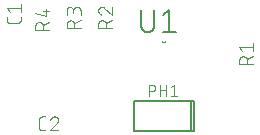
<source format=gbr>
G04 EAGLE Gerber RS-274X export*
G75*
%MOMM*%
%FSLAX34Y34*%
%LPD*%
%INSilkscreen Top*%
%IPPOS*%
%AMOC8*
5,1,8,0,0,1.08239X$1,22.5*%
G01*
%ADD10C,0.101600*%
%ADD11C,0.152400*%
%ADD12R,0.254000X2.540000*%
%ADD13C,0.000000*%
%ADD14C,0.203200*%


D10*
X43942Y121986D02*
X43942Y119389D01*
X43940Y119290D01*
X43934Y119190D01*
X43925Y119091D01*
X43912Y118993D01*
X43895Y118895D01*
X43874Y118797D01*
X43849Y118701D01*
X43821Y118606D01*
X43789Y118512D01*
X43754Y118419D01*
X43715Y118327D01*
X43672Y118237D01*
X43627Y118149D01*
X43577Y118062D01*
X43525Y117978D01*
X43469Y117895D01*
X43411Y117815D01*
X43349Y117737D01*
X43284Y117662D01*
X43216Y117589D01*
X43146Y117519D01*
X43073Y117451D01*
X42998Y117386D01*
X42920Y117324D01*
X42840Y117266D01*
X42757Y117210D01*
X42673Y117158D01*
X42586Y117108D01*
X42498Y117063D01*
X42408Y117020D01*
X42316Y116981D01*
X42223Y116946D01*
X42129Y116914D01*
X42034Y116886D01*
X41938Y116861D01*
X41840Y116840D01*
X41742Y116823D01*
X41644Y116810D01*
X41545Y116801D01*
X41445Y116795D01*
X41346Y116793D01*
X34854Y116793D01*
X34854Y116792D02*
X34755Y116794D01*
X34655Y116800D01*
X34556Y116809D01*
X34458Y116822D01*
X34360Y116840D01*
X34262Y116860D01*
X34166Y116885D01*
X34070Y116913D01*
X33976Y116945D01*
X33883Y116980D01*
X33792Y117019D01*
X33702Y117062D01*
X33613Y117107D01*
X33527Y117157D01*
X33442Y117209D01*
X33360Y117265D01*
X33280Y117324D01*
X33202Y117385D01*
X33126Y117450D01*
X33053Y117518D01*
X32983Y117588D01*
X32915Y117661D01*
X32850Y117737D01*
X32789Y117815D01*
X32730Y117895D01*
X32674Y117977D01*
X32622Y118062D01*
X32573Y118148D01*
X32527Y118237D01*
X32484Y118327D01*
X32445Y118418D01*
X32410Y118511D01*
X32378Y118605D01*
X32350Y118701D01*
X32325Y118797D01*
X32305Y118895D01*
X32287Y118993D01*
X32274Y119091D01*
X32265Y119190D01*
X32259Y119289D01*
X32257Y119389D01*
X32258Y119389D02*
X32258Y121986D01*
X34854Y126351D02*
X32258Y129596D01*
X43942Y129596D01*
X43942Y126351D02*
X43942Y132842D01*
X62239Y25908D02*
X64836Y25908D01*
X62239Y25908D02*
X62140Y25910D01*
X62040Y25916D01*
X61941Y25925D01*
X61843Y25938D01*
X61745Y25955D01*
X61647Y25976D01*
X61551Y26001D01*
X61456Y26029D01*
X61362Y26061D01*
X61269Y26096D01*
X61177Y26135D01*
X61087Y26178D01*
X60999Y26223D01*
X60912Y26273D01*
X60828Y26325D01*
X60745Y26381D01*
X60665Y26439D01*
X60587Y26501D01*
X60512Y26566D01*
X60439Y26634D01*
X60369Y26704D01*
X60301Y26777D01*
X60236Y26852D01*
X60174Y26930D01*
X60116Y27010D01*
X60060Y27093D01*
X60008Y27177D01*
X59958Y27264D01*
X59913Y27352D01*
X59870Y27442D01*
X59831Y27534D01*
X59796Y27627D01*
X59764Y27721D01*
X59736Y27816D01*
X59711Y27912D01*
X59690Y28010D01*
X59673Y28108D01*
X59660Y28206D01*
X59651Y28305D01*
X59645Y28405D01*
X59643Y28504D01*
X59643Y34996D01*
X59645Y35095D01*
X59651Y35195D01*
X59660Y35294D01*
X59673Y35392D01*
X59690Y35490D01*
X59711Y35588D01*
X59736Y35684D01*
X59764Y35779D01*
X59796Y35873D01*
X59831Y35966D01*
X59870Y36058D01*
X59913Y36148D01*
X59958Y36236D01*
X60008Y36323D01*
X60060Y36407D01*
X60116Y36490D01*
X60174Y36570D01*
X60236Y36648D01*
X60301Y36723D01*
X60369Y36796D01*
X60439Y36866D01*
X60512Y36934D01*
X60587Y36999D01*
X60665Y37061D01*
X60745Y37119D01*
X60828Y37175D01*
X60912Y37227D01*
X60999Y37277D01*
X61087Y37322D01*
X61177Y37365D01*
X61269Y37404D01*
X61361Y37439D01*
X61456Y37471D01*
X61551Y37499D01*
X61647Y37524D01*
X61745Y37545D01*
X61843Y37562D01*
X61941Y37575D01*
X62040Y37584D01*
X62140Y37590D01*
X62239Y37592D01*
X64836Y37592D01*
X72771Y37592D02*
X72878Y37590D01*
X72984Y37584D01*
X73090Y37574D01*
X73196Y37561D01*
X73302Y37543D01*
X73406Y37522D01*
X73510Y37497D01*
X73613Y37468D01*
X73714Y37436D01*
X73814Y37399D01*
X73913Y37359D01*
X74011Y37316D01*
X74107Y37269D01*
X74201Y37218D01*
X74293Y37164D01*
X74383Y37107D01*
X74471Y37047D01*
X74556Y36983D01*
X74639Y36916D01*
X74720Y36846D01*
X74798Y36774D01*
X74874Y36698D01*
X74946Y36620D01*
X75016Y36539D01*
X75083Y36456D01*
X75147Y36371D01*
X75207Y36283D01*
X75264Y36193D01*
X75318Y36101D01*
X75369Y36007D01*
X75416Y35911D01*
X75459Y35813D01*
X75499Y35714D01*
X75536Y35614D01*
X75568Y35513D01*
X75597Y35410D01*
X75622Y35306D01*
X75643Y35202D01*
X75661Y35096D01*
X75674Y34990D01*
X75684Y34884D01*
X75690Y34778D01*
X75692Y34671D01*
X72771Y37592D02*
X72650Y37590D01*
X72529Y37584D01*
X72409Y37574D01*
X72288Y37561D01*
X72169Y37543D01*
X72049Y37522D01*
X71931Y37497D01*
X71814Y37468D01*
X71697Y37435D01*
X71582Y37399D01*
X71468Y37358D01*
X71355Y37315D01*
X71243Y37267D01*
X71134Y37216D01*
X71026Y37161D01*
X70919Y37103D01*
X70815Y37042D01*
X70713Y36977D01*
X70613Y36909D01*
X70515Y36838D01*
X70419Y36764D01*
X70326Y36687D01*
X70236Y36606D01*
X70148Y36523D01*
X70063Y36437D01*
X69980Y36348D01*
X69901Y36257D01*
X69824Y36163D01*
X69751Y36067D01*
X69681Y35969D01*
X69614Y35868D01*
X69550Y35765D01*
X69490Y35660D01*
X69433Y35553D01*
X69379Y35445D01*
X69329Y35335D01*
X69283Y35223D01*
X69240Y35110D01*
X69201Y34995D01*
X74719Y32399D02*
X74798Y32476D01*
X74874Y32557D01*
X74947Y32640D01*
X75017Y32725D01*
X75084Y32813D01*
X75148Y32903D01*
X75208Y32995D01*
X75265Y33090D01*
X75319Y33186D01*
X75370Y33284D01*
X75417Y33384D01*
X75461Y33486D01*
X75501Y33589D01*
X75537Y33693D01*
X75569Y33799D01*
X75598Y33905D01*
X75623Y34013D01*
X75645Y34121D01*
X75662Y34231D01*
X75676Y34340D01*
X75685Y34450D01*
X75691Y34561D01*
X75693Y34671D01*
X74718Y32399D02*
X69201Y25908D01*
X75692Y25908D01*
D11*
X139700Y25400D02*
X190500Y25400D01*
X190500Y50800D01*
X139700Y50800D01*
X139700Y25400D01*
D12*
X187960Y38100D03*
D10*
X152908Y55118D02*
X152908Y64262D01*
X155448Y64262D01*
X155548Y64260D01*
X155647Y64254D01*
X155747Y64244D01*
X155845Y64231D01*
X155944Y64213D01*
X156041Y64192D01*
X156137Y64167D01*
X156233Y64138D01*
X156327Y64105D01*
X156420Y64069D01*
X156511Y64029D01*
X156601Y63985D01*
X156689Y63938D01*
X156775Y63888D01*
X156859Y63834D01*
X156941Y63777D01*
X157020Y63717D01*
X157098Y63653D01*
X157172Y63587D01*
X157244Y63518D01*
X157313Y63446D01*
X157379Y63372D01*
X157443Y63294D01*
X157503Y63215D01*
X157560Y63133D01*
X157614Y63049D01*
X157664Y62963D01*
X157711Y62875D01*
X157755Y62785D01*
X157795Y62694D01*
X157831Y62601D01*
X157864Y62507D01*
X157893Y62411D01*
X157918Y62315D01*
X157939Y62218D01*
X157957Y62119D01*
X157970Y62021D01*
X157980Y61921D01*
X157986Y61822D01*
X157988Y61722D01*
X157986Y61622D01*
X157980Y61523D01*
X157970Y61423D01*
X157957Y61325D01*
X157939Y61226D01*
X157918Y61129D01*
X157893Y61033D01*
X157864Y60937D01*
X157831Y60843D01*
X157795Y60750D01*
X157755Y60659D01*
X157711Y60569D01*
X157664Y60481D01*
X157614Y60395D01*
X157560Y60311D01*
X157503Y60229D01*
X157443Y60150D01*
X157379Y60072D01*
X157313Y59998D01*
X157244Y59926D01*
X157172Y59857D01*
X157098Y59791D01*
X157020Y59727D01*
X156941Y59667D01*
X156859Y59610D01*
X156775Y59556D01*
X156689Y59506D01*
X156601Y59459D01*
X156511Y59415D01*
X156420Y59375D01*
X156327Y59339D01*
X156233Y59306D01*
X156137Y59277D01*
X156041Y59252D01*
X155944Y59231D01*
X155845Y59213D01*
X155747Y59200D01*
X155647Y59190D01*
X155548Y59184D01*
X155448Y59182D01*
X152908Y59182D01*
X161900Y55118D02*
X161900Y64262D01*
X161900Y60198D02*
X166980Y60198D01*
X166980Y64262D02*
X166980Y55118D01*
X171348Y62230D02*
X173888Y64262D01*
X173888Y55118D01*
X171348Y55118D02*
X176428Y55118D01*
X229108Y81975D02*
X240792Y81975D01*
X229108Y81975D02*
X229108Y85220D01*
X229110Y85333D01*
X229116Y85446D01*
X229126Y85559D01*
X229140Y85672D01*
X229157Y85784D01*
X229179Y85895D01*
X229204Y86005D01*
X229234Y86115D01*
X229267Y86223D01*
X229304Y86330D01*
X229344Y86436D01*
X229389Y86540D01*
X229437Y86643D01*
X229488Y86744D01*
X229543Y86843D01*
X229601Y86940D01*
X229663Y87035D01*
X229728Y87128D01*
X229796Y87218D01*
X229867Y87306D01*
X229942Y87392D01*
X230019Y87475D01*
X230099Y87555D01*
X230182Y87632D01*
X230268Y87707D01*
X230356Y87778D01*
X230446Y87846D01*
X230539Y87911D01*
X230634Y87973D01*
X230731Y88031D01*
X230830Y88086D01*
X230931Y88137D01*
X231034Y88185D01*
X231138Y88230D01*
X231244Y88270D01*
X231351Y88307D01*
X231459Y88340D01*
X231569Y88370D01*
X231679Y88395D01*
X231790Y88417D01*
X231902Y88434D01*
X232015Y88448D01*
X232128Y88458D01*
X232241Y88464D01*
X232354Y88466D01*
X232467Y88464D01*
X232580Y88458D01*
X232693Y88448D01*
X232806Y88434D01*
X232918Y88417D01*
X233029Y88395D01*
X233139Y88370D01*
X233249Y88340D01*
X233357Y88307D01*
X233464Y88270D01*
X233570Y88230D01*
X233674Y88185D01*
X233777Y88137D01*
X233878Y88086D01*
X233977Y88031D01*
X234074Y87973D01*
X234169Y87911D01*
X234262Y87846D01*
X234352Y87778D01*
X234440Y87707D01*
X234526Y87632D01*
X234609Y87555D01*
X234689Y87475D01*
X234766Y87392D01*
X234841Y87306D01*
X234912Y87218D01*
X234980Y87128D01*
X235045Y87035D01*
X235107Y86940D01*
X235165Y86843D01*
X235220Y86744D01*
X235271Y86643D01*
X235319Y86540D01*
X235364Y86436D01*
X235404Y86330D01*
X235441Y86223D01*
X235474Y86115D01*
X235504Y86005D01*
X235529Y85895D01*
X235551Y85784D01*
X235568Y85672D01*
X235582Y85559D01*
X235592Y85446D01*
X235598Y85333D01*
X235600Y85220D01*
X235599Y85220D02*
X235599Y81975D01*
X235599Y85869D02*
X240792Y88466D01*
X231704Y93331D02*
X229108Y96576D01*
X240792Y96576D01*
X240792Y93331D02*
X240792Y99822D01*
X121412Y112455D02*
X109728Y112455D01*
X109728Y115700D01*
X109730Y115813D01*
X109736Y115926D01*
X109746Y116039D01*
X109760Y116152D01*
X109777Y116264D01*
X109799Y116375D01*
X109824Y116485D01*
X109854Y116595D01*
X109887Y116703D01*
X109924Y116810D01*
X109964Y116916D01*
X110009Y117020D01*
X110057Y117123D01*
X110108Y117224D01*
X110163Y117323D01*
X110221Y117420D01*
X110283Y117515D01*
X110348Y117608D01*
X110416Y117698D01*
X110487Y117786D01*
X110562Y117872D01*
X110639Y117955D01*
X110719Y118035D01*
X110802Y118112D01*
X110888Y118187D01*
X110976Y118258D01*
X111066Y118326D01*
X111159Y118391D01*
X111254Y118453D01*
X111351Y118511D01*
X111450Y118566D01*
X111551Y118617D01*
X111654Y118665D01*
X111758Y118710D01*
X111864Y118750D01*
X111971Y118787D01*
X112079Y118820D01*
X112189Y118850D01*
X112299Y118875D01*
X112410Y118897D01*
X112522Y118914D01*
X112635Y118928D01*
X112748Y118938D01*
X112861Y118944D01*
X112974Y118946D01*
X113087Y118944D01*
X113200Y118938D01*
X113313Y118928D01*
X113426Y118914D01*
X113538Y118897D01*
X113649Y118875D01*
X113759Y118850D01*
X113869Y118820D01*
X113977Y118787D01*
X114084Y118750D01*
X114190Y118710D01*
X114294Y118665D01*
X114397Y118617D01*
X114498Y118566D01*
X114597Y118511D01*
X114694Y118453D01*
X114789Y118391D01*
X114882Y118326D01*
X114972Y118258D01*
X115060Y118187D01*
X115146Y118112D01*
X115229Y118035D01*
X115309Y117955D01*
X115386Y117872D01*
X115461Y117786D01*
X115532Y117698D01*
X115600Y117608D01*
X115665Y117515D01*
X115727Y117420D01*
X115785Y117323D01*
X115840Y117224D01*
X115891Y117123D01*
X115939Y117020D01*
X115984Y116916D01*
X116024Y116810D01*
X116061Y116703D01*
X116094Y116595D01*
X116124Y116485D01*
X116149Y116375D01*
X116171Y116264D01*
X116188Y116152D01*
X116202Y116039D01*
X116212Y115926D01*
X116218Y115813D01*
X116220Y115700D01*
X116219Y115700D02*
X116219Y112455D01*
X116219Y116349D02*
X121412Y118946D01*
X112649Y130302D02*
X112542Y130300D01*
X112436Y130294D01*
X112330Y130284D01*
X112224Y130271D01*
X112118Y130253D01*
X112014Y130232D01*
X111910Y130207D01*
X111807Y130178D01*
X111706Y130146D01*
X111606Y130109D01*
X111507Y130069D01*
X111409Y130026D01*
X111313Y129979D01*
X111219Y129928D01*
X111127Y129874D01*
X111037Y129817D01*
X110949Y129757D01*
X110864Y129693D01*
X110781Y129626D01*
X110700Y129556D01*
X110622Y129484D01*
X110546Y129408D01*
X110474Y129330D01*
X110404Y129249D01*
X110337Y129166D01*
X110273Y129081D01*
X110213Y128993D01*
X110156Y128903D01*
X110102Y128811D01*
X110051Y128717D01*
X110004Y128621D01*
X109961Y128523D01*
X109921Y128424D01*
X109884Y128324D01*
X109852Y128223D01*
X109823Y128120D01*
X109798Y128016D01*
X109777Y127912D01*
X109759Y127806D01*
X109746Y127700D01*
X109736Y127594D01*
X109730Y127488D01*
X109728Y127381D01*
X109730Y127260D01*
X109736Y127139D01*
X109746Y127019D01*
X109759Y126898D01*
X109777Y126779D01*
X109798Y126659D01*
X109823Y126541D01*
X109852Y126424D01*
X109885Y126307D01*
X109921Y126192D01*
X109962Y126078D01*
X110005Y125965D01*
X110053Y125853D01*
X110104Y125744D01*
X110159Y125636D01*
X110217Y125529D01*
X110278Y125425D01*
X110343Y125323D01*
X110411Y125223D01*
X110482Y125125D01*
X110556Y125029D01*
X110633Y124936D01*
X110714Y124846D01*
X110797Y124758D01*
X110883Y124673D01*
X110972Y124590D01*
X111063Y124511D01*
X111157Y124434D01*
X111253Y124361D01*
X111351Y124291D01*
X111452Y124224D01*
X111555Y124160D01*
X111660Y124100D01*
X111767Y124042D01*
X111875Y123989D01*
X111985Y123939D01*
X112097Y123893D01*
X112210Y123850D01*
X112325Y123811D01*
X114921Y129328D02*
X114843Y129407D01*
X114763Y129483D01*
X114680Y129556D01*
X114594Y129626D01*
X114507Y129693D01*
X114416Y129757D01*
X114324Y129817D01*
X114230Y129875D01*
X114133Y129929D01*
X114035Y129979D01*
X113935Y130026D01*
X113834Y130070D01*
X113731Y130110D01*
X113626Y130146D01*
X113521Y130178D01*
X113414Y130207D01*
X113307Y130232D01*
X113198Y130254D01*
X113089Y130271D01*
X112980Y130285D01*
X112870Y130294D01*
X112759Y130300D01*
X112649Y130302D01*
X114921Y129328D02*
X121412Y123811D01*
X121412Y130302D01*
X94742Y112455D02*
X83058Y112455D01*
X83058Y115700D01*
X83060Y115813D01*
X83066Y115926D01*
X83076Y116039D01*
X83090Y116152D01*
X83107Y116264D01*
X83129Y116375D01*
X83154Y116485D01*
X83184Y116595D01*
X83217Y116703D01*
X83254Y116810D01*
X83294Y116916D01*
X83339Y117020D01*
X83387Y117123D01*
X83438Y117224D01*
X83493Y117323D01*
X83551Y117420D01*
X83613Y117515D01*
X83678Y117608D01*
X83746Y117698D01*
X83817Y117786D01*
X83892Y117872D01*
X83969Y117955D01*
X84049Y118035D01*
X84132Y118112D01*
X84218Y118187D01*
X84306Y118258D01*
X84396Y118326D01*
X84489Y118391D01*
X84584Y118453D01*
X84681Y118511D01*
X84780Y118566D01*
X84881Y118617D01*
X84984Y118665D01*
X85088Y118710D01*
X85194Y118750D01*
X85301Y118787D01*
X85409Y118820D01*
X85519Y118850D01*
X85629Y118875D01*
X85740Y118897D01*
X85852Y118914D01*
X85965Y118928D01*
X86078Y118938D01*
X86191Y118944D01*
X86304Y118946D01*
X86417Y118944D01*
X86530Y118938D01*
X86643Y118928D01*
X86756Y118914D01*
X86868Y118897D01*
X86979Y118875D01*
X87089Y118850D01*
X87199Y118820D01*
X87307Y118787D01*
X87414Y118750D01*
X87520Y118710D01*
X87624Y118665D01*
X87727Y118617D01*
X87828Y118566D01*
X87927Y118511D01*
X88024Y118453D01*
X88119Y118391D01*
X88212Y118326D01*
X88302Y118258D01*
X88390Y118187D01*
X88476Y118112D01*
X88559Y118035D01*
X88639Y117955D01*
X88716Y117872D01*
X88791Y117786D01*
X88862Y117698D01*
X88930Y117608D01*
X88995Y117515D01*
X89057Y117420D01*
X89115Y117323D01*
X89170Y117224D01*
X89221Y117123D01*
X89269Y117020D01*
X89314Y116916D01*
X89354Y116810D01*
X89391Y116703D01*
X89424Y116595D01*
X89454Y116485D01*
X89479Y116375D01*
X89501Y116264D01*
X89518Y116152D01*
X89532Y116039D01*
X89542Y115926D01*
X89548Y115813D01*
X89550Y115700D01*
X89549Y115700D02*
X89549Y112455D01*
X89549Y116349D02*
X94742Y118946D01*
X94742Y123811D02*
X94742Y127056D01*
X94740Y127169D01*
X94734Y127282D01*
X94724Y127395D01*
X94710Y127508D01*
X94693Y127620D01*
X94671Y127731D01*
X94646Y127841D01*
X94616Y127951D01*
X94583Y128059D01*
X94546Y128166D01*
X94506Y128272D01*
X94461Y128376D01*
X94413Y128479D01*
X94362Y128580D01*
X94307Y128679D01*
X94249Y128776D01*
X94187Y128871D01*
X94122Y128964D01*
X94054Y129054D01*
X93983Y129142D01*
X93908Y129228D01*
X93831Y129311D01*
X93751Y129391D01*
X93668Y129468D01*
X93582Y129543D01*
X93494Y129614D01*
X93404Y129682D01*
X93311Y129747D01*
X93216Y129809D01*
X93119Y129867D01*
X93020Y129922D01*
X92919Y129973D01*
X92816Y130021D01*
X92712Y130066D01*
X92606Y130106D01*
X92499Y130143D01*
X92391Y130176D01*
X92281Y130206D01*
X92171Y130231D01*
X92060Y130253D01*
X91948Y130270D01*
X91835Y130284D01*
X91722Y130294D01*
X91609Y130300D01*
X91496Y130302D01*
X91383Y130300D01*
X91270Y130294D01*
X91157Y130284D01*
X91044Y130270D01*
X90932Y130253D01*
X90821Y130231D01*
X90711Y130206D01*
X90601Y130176D01*
X90493Y130143D01*
X90386Y130106D01*
X90280Y130066D01*
X90176Y130021D01*
X90073Y129973D01*
X89972Y129922D01*
X89873Y129867D01*
X89776Y129809D01*
X89681Y129747D01*
X89588Y129682D01*
X89498Y129614D01*
X89410Y129543D01*
X89324Y129468D01*
X89241Y129391D01*
X89161Y129311D01*
X89084Y129228D01*
X89009Y129142D01*
X88938Y129054D01*
X88870Y128964D01*
X88805Y128871D01*
X88743Y128776D01*
X88685Y128679D01*
X88630Y128580D01*
X88579Y128479D01*
X88531Y128376D01*
X88486Y128272D01*
X88446Y128166D01*
X88409Y128059D01*
X88376Y127951D01*
X88346Y127841D01*
X88321Y127731D01*
X88299Y127620D01*
X88282Y127508D01*
X88268Y127395D01*
X88258Y127282D01*
X88252Y127169D01*
X88250Y127056D01*
X83058Y127706D02*
X83058Y123811D01*
X83058Y127706D02*
X83060Y127807D01*
X83066Y127907D01*
X83076Y128007D01*
X83089Y128107D01*
X83107Y128206D01*
X83128Y128305D01*
X83153Y128402D01*
X83182Y128499D01*
X83215Y128594D01*
X83251Y128688D01*
X83291Y128780D01*
X83334Y128871D01*
X83381Y128960D01*
X83431Y129047D01*
X83485Y129133D01*
X83542Y129216D01*
X83602Y129296D01*
X83665Y129375D01*
X83732Y129451D01*
X83801Y129524D01*
X83873Y129594D01*
X83947Y129662D01*
X84024Y129727D01*
X84104Y129788D01*
X84186Y129847D01*
X84270Y129902D01*
X84356Y129954D01*
X84444Y130003D01*
X84534Y130048D01*
X84626Y130090D01*
X84719Y130128D01*
X84814Y130162D01*
X84909Y130193D01*
X85006Y130220D01*
X85104Y130243D01*
X85203Y130263D01*
X85303Y130278D01*
X85403Y130290D01*
X85503Y130298D01*
X85604Y130302D01*
X85704Y130302D01*
X85805Y130298D01*
X85905Y130290D01*
X86005Y130278D01*
X86105Y130263D01*
X86204Y130243D01*
X86302Y130220D01*
X86399Y130193D01*
X86494Y130162D01*
X86589Y130128D01*
X86682Y130090D01*
X86774Y130048D01*
X86864Y130003D01*
X86952Y129954D01*
X87038Y129902D01*
X87122Y129847D01*
X87204Y129788D01*
X87284Y129727D01*
X87361Y129662D01*
X87435Y129594D01*
X87507Y129524D01*
X87576Y129451D01*
X87643Y129375D01*
X87706Y129296D01*
X87766Y129216D01*
X87823Y129133D01*
X87877Y129047D01*
X87927Y128960D01*
X87974Y128871D01*
X88017Y128780D01*
X88057Y128688D01*
X88093Y128594D01*
X88126Y128499D01*
X88155Y128402D01*
X88180Y128305D01*
X88201Y128206D01*
X88219Y128107D01*
X88232Y128007D01*
X88242Y127907D01*
X88248Y127807D01*
X88250Y127706D01*
X88251Y127706D02*
X88251Y125109D01*
X68072Y110998D02*
X56388Y110998D01*
X56388Y114244D01*
X56390Y114357D01*
X56396Y114470D01*
X56406Y114583D01*
X56420Y114696D01*
X56437Y114808D01*
X56459Y114919D01*
X56484Y115029D01*
X56514Y115139D01*
X56547Y115247D01*
X56584Y115354D01*
X56624Y115460D01*
X56669Y115564D01*
X56717Y115667D01*
X56768Y115768D01*
X56823Y115867D01*
X56881Y115964D01*
X56943Y116059D01*
X57008Y116152D01*
X57076Y116242D01*
X57147Y116330D01*
X57222Y116416D01*
X57299Y116499D01*
X57379Y116579D01*
X57462Y116656D01*
X57548Y116731D01*
X57636Y116802D01*
X57726Y116870D01*
X57819Y116935D01*
X57914Y116997D01*
X58011Y117055D01*
X58110Y117110D01*
X58211Y117161D01*
X58314Y117209D01*
X58418Y117254D01*
X58524Y117294D01*
X58631Y117331D01*
X58739Y117364D01*
X58849Y117394D01*
X58959Y117419D01*
X59070Y117441D01*
X59182Y117458D01*
X59295Y117472D01*
X59408Y117482D01*
X59521Y117488D01*
X59634Y117490D01*
X59747Y117488D01*
X59860Y117482D01*
X59973Y117472D01*
X60086Y117458D01*
X60198Y117441D01*
X60309Y117419D01*
X60419Y117394D01*
X60529Y117364D01*
X60637Y117331D01*
X60744Y117294D01*
X60850Y117254D01*
X60954Y117209D01*
X61057Y117161D01*
X61158Y117110D01*
X61257Y117055D01*
X61354Y116997D01*
X61449Y116935D01*
X61542Y116870D01*
X61632Y116802D01*
X61720Y116731D01*
X61806Y116656D01*
X61889Y116579D01*
X61969Y116499D01*
X62046Y116416D01*
X62121Y116330D01*
X62192Y116242D01*
X62260Y116152D01*
X62325Y116059D01*
X62387Y115964D01*
X62445Y115867D01*
X62500Y115768D01*
X62551Y115667D01*
X62599Y115564D01*
X62644Y115460D01*
X62684Y115354D01*
X62721Y115247D01*
X62754Y115139D01*
X62784Y115029D01*
X62809Y114919D01*
X62831Y114808D01*
X62848Y114696D01*
X62862Y114583D01*
X62872Y114470D01*
X62878Y114357D01*
X62880Y114244D01*
X62879Y114244D02*
X62879Y110998D01*
X62879Y114893D02*
X68072Y117489D01*
X65476Y122354D02*
X56388Y124951D01*
X65476Y122354D02*
X65476Y128845D01*
X62879Y126898D02*
X68072Y126898D01*
D13*
X163830Y101092D02*
X163930Y101049D01*
X164032Y101010D01*
X164135Y100975D01*
X164239Y100943D01*
X164345Y100915D01*
X164451Y100890D01*
X164558Y100869D01*
X164666Y100852D01*
X164774Y100839D01*
X164882Y100830D01*
X164991Y100824D01*
X165100Y100822D01*
X165209Y100824D01*
X165318Y100830D01*
X165426Y100839D01*
X165534Y100852D01*
X165642Y100869D01*
X165749Y100890D01*
X165855Y100915D01*
X165961Y100943D01*
X166065Y100975D01*
X166168Y101010D01*
X166270Y101049D01*
X166370Y101092D01*
D14*
X146264Y114231D02*
X146264Y127827D01*
X146264Y114231D02*
X146266Y114088D01*
X146272Y113945D01*
X146282Y113803D01*
X146295Y113661D01*
X146313Y113519D01*
X146334Y113378D01*
X146359Y113237D01*
X146388Y113097D01*
X146421Y112958D01*
X146458Y112820D01*
X146498Y112683D01*
X146542Y112547D01*
X146590Y112413D01*
X146642Y112280D01*
X146697Y112148D01*
X146756Y112018D01*
X146818Y111889D01*
X146884Y111762D01*
X146953Y111637D01*
X147025Y111514D01*
X147101Y111393D01*
X147180Y111274D01*
X147263Y111157D01*
X147348Y111043D01*
X147437Y110931D01*
X147528Y110821D01*
X147623Y110714D01*
X147721Y110610D01*
X147821Y110508D01*
X147924Y110409D01*
X148030Y110313D01*
X148138Y110220D01*
X148249Y110130D01*
X148362Y110043D01*
X148478Y109959D01*
X148595Y109878D01*
X148715Y109801D01*
X148837Y109727D01*
X148961Y109656D01*
X149087Y109588D01*
X149215Y109524D01*
X149344Y109464D01*
X149475Y109407D01*
X149608Y109354D01*
X149742Y109304D01*
X149877Y109258D01*
X150014Y109216D01*
X150151Y109177D01*
X150290Y109142D01*
X150429Y109111D01*
X150569Y109084D01*
X150710Y109061D01*
X150852Y109041D01*
X150994Y109026D01*
X151136Y109014D01*
X151279Y109006D01*
X151422Y109002D01*
X151564Y109002D01*
X151707Y109006D01*
X151850Y109014D01*
X151992Y109026D01*
X152134Y109041D01*
X152276Y109061D01*
X152417Y109084D01*
X152557Y109111D01*
X152696Y109142D01*
X152835Y109177D01*
X152972Y109216D01*
X153109Y109258D01*
X153244Y109304D01*
X153378Y109354D01*
X153511Y109407D01*
X153642Y109464D01*
X153771Y109524D01*
X153899Y109588D01*
X154025Y109656D01*
X154149Y109727D01*
X154271Y109801D01*
X154391Y109878D01*
X154508Y109959D01*
X154624Y110043D01*
X154737Y110130D01*
X154848Y110220D01*
X154956Y110313D01*
X155062Y110409D01*
X155165Y110508D01*
X155265Y110610D01*
X155363Y110714D01*
X155458Y110821D01*
X155549Y110931D01*
X155638Y111043D01*
X155723Y111157D01*
X155806Y111274D01*
X155885Y111393D01*
X155961Y111514D01*
X156033Y111637D01*
X156102Y111762D01*
X156168Y111889D01*
X156230Y112018D01*
X156289Y112148D01*
X156344Y112280D01*
X156396Y112413D01*
X156444Y112547D01*
X156488Y112683D01*
X156528Y112820D01*
X156565Y112958D01*
X156598Y113097D01*
X156627Y113237D01*
X156652Y113378D01*
X156673Y113519D01*
X156691Y113661D01*
X156704Y113803D01*
X156714Y113945D01*
X156720Y114088D01*
X156722Y114231D01*
X156722Y127827D01*
X164714Y123644D02*
X169943Y127827D01*
X169943Y109002D01*
X164714Y109002D02*
X175173Y109002D01*
M02*

</source>
